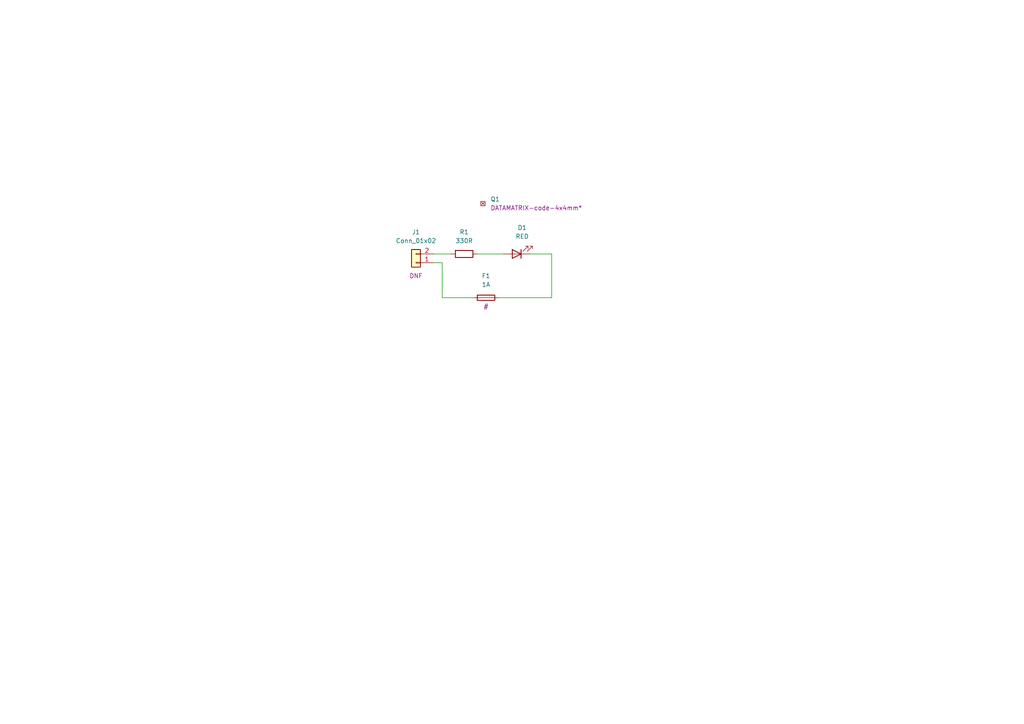
<source format=kicad_sch>
(kicad_sch (version 20211123) (generator eeschema)
  (paper "A4")
  (lib_symbols
    (symbol "Connector_Generic:Conn_01x02" (pin_names (offset 1.016) hide)
      (property "Reference" "J" (at 0 2.54 0))
      (property "Value" "Conn_01x02" (at 0 -5.08 0))
      (symbol "Conn_01x02_1_1"
        (rectangle (start -1.27 -2.413) (end 0 -2.667) (stroke (width 0.1524)))
        (rectangle (start -1.27 0.127) (end 0 -0.127) (stroke (width 0.1524)))
        (rectangle (start -1.27 1.27) (end 1.27 -3.81) (stroke (width 0.254)) (fill (type background)))
        (pin passive line (at -5.08 0 0) (length 3.81) (name "Pin_1") (number "1"))
        (pin passive line (at -5.08 -2.54 0) (length 3.81) (name "Pin_2") (number "2"))
      )
    )
    (symbol "Device:Fuse" (pin_numbers hide) (pin_names (offset 0))
      (property "Reference" "F" (at 2.032 0 90))
      (property "Value" "Fuse" (at -1.905 0 90))
      (symbol "Fuse_0_1"
        (rectangle (start -0.762 -2.54) (end 0.762 2.54) (stroke (width 0.254)))
        (polyline (pts (xy 0 2.54) (xy 0 -2.54)))
      )
      (symbol "Fuse_1_1"
        (pin passive line (at 0 3.81 270) (length 1.27) (name "~") (number "1"))
        (pin passive line (at 0 -3.81 90) (length 1.27) (name "~") (number "2"))
      )
    )
    (symbol "Device:LED" (pin_numbers hide) (pin_names (offset 1.016) hide)
      (property "Reference" "D" (at 0 2.54 0))
      (property "Value" "LED" (at 0 -2.54 0))
      (symbol "LED_0_1"
        (polyline (pts (xy -1.27 -1.27) (xy -1.27 1.27)) (stroke (width 0.254)))
        (polyline (pts (xy -1.27 0) (xy 1.27 0)))
        (polyline (pts (xy 1.27 -1.27) (xy 1.27 1.27) (xy -1.27 0) (xy 1.27 -1.27)) (stroke (width 0.254)))
        (polyline (pts (xy -3.048 -0.762) (xy -4.572 -2.286) (xy -3.81 -2.286) (xy -4.572 -2.286) (xy -4.572 -1.524)))
        (polyline (pts (xy -1.778 -0.762) (xy -3.302 -2.286) (xy -2.54 -2.286) (xy -3.302 -2.286) (xy -3.302 -1.524)))
      )
      (symbol "LED_1_1"
        (pin passive line (at -3.81 0 0) (length 2.54) (name "K") (number "1"))
        (pin passive line (at 3.81 0 180) (length 2.54) (name "A") (number "2"))
      )
    )
    (symbol "Device:R" (pin_numbers hide) (pin_names (offset 0))
      (property "Reference" "R" (at 2.032 0 90))
      (property "Value" "R" (at 0 0 90))
      (symbol "R_0_1"
        (rectangle (start -1.016 -2.54) (end 1.016 2.54) (stroke (width 0.254)))
      )
      (symbol "R_1_1"
        (pin passive line (at 0 3.81 270) (length 1.27) (name "~") (number "1"))
        (pin passive line (at 0 -3.81 90) (length 1.27) (name "~") (number "2"))
      )
    )
    (symbol "prusa_other:G_DATAMATRIX-code-4x4mm*" (pin_names (offset 1.016))
      (property "Reference" "Q" (at -1.27 4.445 0))
      (property "part_value" "DATAMATRIX-code-4x4mm*" (at 0 2.54 0))
      (symbol "G_DATAMATRIX-code-4x4mm*_0_1"
        (rectangle (start -0.254 1.27) (end 1.016 0))
        (polyline (pts (xy 0 0.254) (xy 0.762 1.016)))
        (polyline (pts (xy 0.762 0.254) (xy 0 1.016)))
      )
    )
  )
  (wire (pts (xy 138.43 73.66) (xy 146.05 73.66)))
  (wire (pts (xy 160.02 73.66) (xy 160.02 86.36)))
  (wire (pts (xy 125.73 73.66) (xy 130.81 73.66)))
  (wire (pts (xy 128.27 86.36) (xy 128.27 76.2)))
  (wire (pts (xy 128.27 76.2) (xy 125.73 76.2)))
  (wire (pts (xy 160.02 86.36) (xy 144.78 86.36)))
  (wire (pts (xy 153.67 73.66) (xy 160.02 73.66)))
  (wire (pts (xy 137.16 86.36) (xy 128.27 86.36)))
  (symbol (lib_id "Connector_Generic:Conn_01x02") (at 120.65 76.2 180) (unit 1)
    (property "Reference" "J1" (at 120.65 67.31 0))
    (property "Value" "Conn_01x02" (at 120.65 69.85 0))
    (property "Footprint" "Connector_PinHeader_2.54mm:PinHeader_1x02_P2.54mm_Horizontal" (effects hide))
    (property "pnb" "DNF" (at 120.65 80.01 0))
  )
  (symbol (lib_id "Device:R") (at 134.62 73.66 90) (unit 1)
    (property "Reference" "R1" (at 134.62 67.31 90))
    (property "Value" "330R" (at 134.62 69.85 90))
    (property "Footprint" "Resistor_SMD:R_0603_1608Metric" (effects hide))
    (property "ID" "1" (effects hide))
  )
  (symbol (lib_id "prusa_other:G_DATAMATRIX-code-4x4mm*") (at 139.7 59.69 0) (unit 1)
    (property "Reference" "Q1" (at 142.24 57.7849 0) (effects (justify left)))
    (property "Value" "G_DATAMATRIX-code-4x4mm*" (effects hide))
    (property "Footprint" "prusa_other:Datamatyrix-code-4x4mm" (effects hide))
    (property "part_value" "DATAMATRIX-code-4x4mm*" (at 142.24 60.3249 0) (effects (justify left)))
    (property "ID" "*" (effects hide))
    (property "pnb" "dnf" (effects hide))
  )
  (symbol (lib_id "Device:Fuse") (at 140.97 86.36 270) (unit 1)
    (property "Reference" "F1" (at 140.97 80.01 90))
    (property "Value" "1A" (at 140.97 82.55 90))
    (property "Footprint" "Fuse:Fuse_Blade_ATO_directSolder" (effects hide))
    (property "ID" "3" (effects hide))
    (property "PnB" "#" (at 140.97 88.9 90))
  )
  (symbol (lib_id "Device:LED") (at 149.86 73.66 180) (unit 1)
    (property "Reference" "D1" (at 151.4475 66.04 0))
    (property "Value" "RED" (at 151.4475 68.58 0))
    (property "Footprint" "LED_SMD:LED_0603_1608Metric" (effects hide))
    (property "ID" "2" (effects hide))
  )
)
</source>
